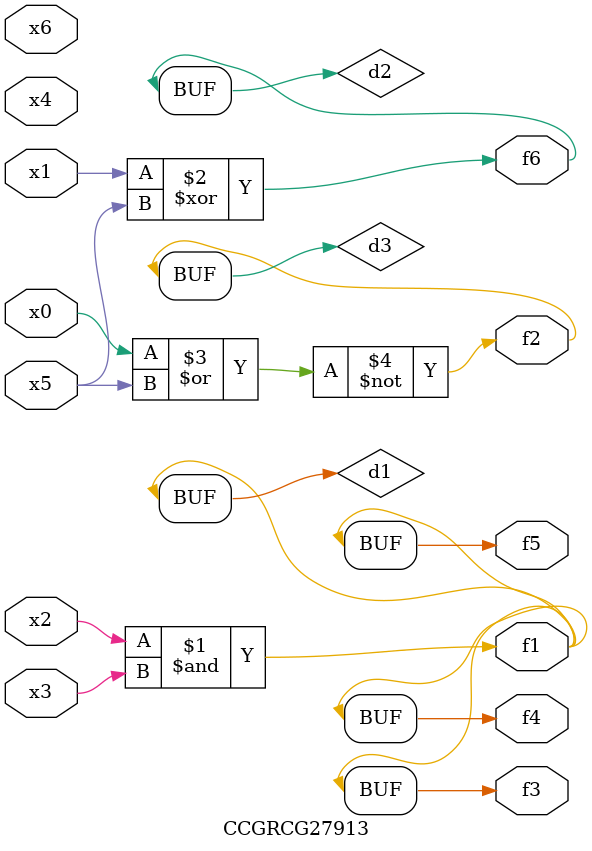
<source format=v>
module CCGRCG27913(
	input x0, x1, x2, x3, x4, x5, x6,
	output f1, f2, f3, f4, f5, f6
);

	wire d1, d2, d3;

	and (d1, x2, x3);
	xor (d2, x1, x5);
	nor (d3, x0, x5);
	assign f1 = d1;
	assign f2 = d3;
	assign f3 = d1;
	assign f4 = d1;
	assign f5 = d1;
	assign f6 = d2;
endmodule

</source>
